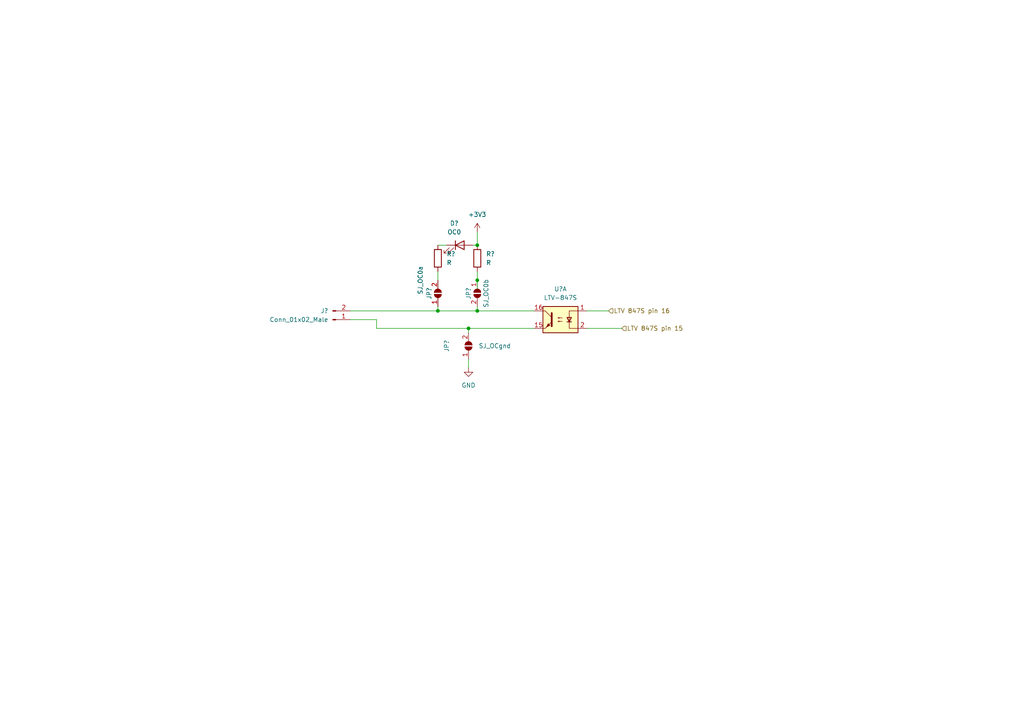
<source format=kicad_sch>
(kicad_sch (version 20211123) (generator eeschema)

  (uuid a799019e-37c0-4e4f-a6d9-032ef54dd327)

  (paper "A4")

  (lib_symbols
    (symbol "Connector:Conn_01x02_Male" (pin_names (offset 1.016) hide) (in_bom yes) (on_board yes)
      (property "Reference" "J" (id 0) (at 0 2.54 0)
        (effects (font (size 1.27 1.27)))
      )
      (property "Value" "Conn_01x02_Male" (id 1) (at 0 -5.08 0)
        (effects (font (size 1.27 1.27)))
      )
      (property "Footprint" "" (id 2) (at 0 0 0)
        (effects (font (size 1.27 1.27)) hide)
      )
      (property "Datasheet" "~" (id 3) (at 0 0 0)
        (effects (font (size 1.27 1.27)) hide)
      )
      (property "ki_keywords" "connector" (id 4) (at 0 0 0)
        (effects (font (size 1.27 1.27)) hide)
      )
      (property "ki_description" "Generic connector, single row, 01x02, script generated (kicad-library-utils/schlib/autogen/connector/)" (id 5) (at 0 0 0)
        (effects (font (size 1.27 1.27)) hide)
      )
      (property "ki_fp_filters" "Connector*:*_1x??_*" (id 6) (at 0 0 0)
        (effects (font (size 1.27 1.27)) hide)
      )
      (symbol "Conn_01x02_Male_1_1"
        (polyline
          (pts
            (xy 1.27 -2.54)
            (xy 0.8636 -2.54)
          )
          (stroke (width 0.1524) (type default) (color 0 0 0 0))
          (fill (type none))
        )
        (polyline
          (pts
            (xy 1.27 0)
            (xy 0.8636 0)
          )
          (stroke (width 0.1524) (type default) (color 0 0 0 0))
          (fill (type none))
        )
        (rectangle (start 0.8636 -2.413) (end 0 -2.667)
          (stroke (width 0.1524) (type default) (color 0 0 0 0))
          (fill (type outline))
        )
        (rectangle (start 0.8636 0.127) (end 0 -0.127)
          (stroke (width 0.1524) (type default) (color 0 0 0 0))
          (fill (type outline))
        )
        (pin passive line (at 5.08 0 180) (length 3.81)
          (name "Pin_1" (effects (font (size 1.27 1.27))))
          (number "1" (effects (font (size 1.27 1.27))))
        )
        (pin passive line (at 5.08 -2.54 180) (length 3.81)
          (name "Pin_2" (effects (font (size 1.27 1.27))))
          (number "2" (effects (font (size 1.27 1.27))))
        )
      )
    )
    (symbol "Device:LED" (pin_numbers hide) (pin_names (offset 1.016) hide) (in_bom yes) (on_board yes)
      (property "Reference" "D" (id 0) (at 0 2.54 0)
        (effects (font (size 1.27 1.27)))
      )
      (property "Value" "LED" (id 1) (at 0 -2.54 0)
        (effects (font (size 1.27 1.27)))
      )
      (property "Footprint" "" (id 2) (at 0 0 0)
        (effects (font (size 1.27 1.27)) hide)
      )
      (property "Datasheet" "~" (id 3) (at 0 0 0)
        (effects (font (size 1.27 1.27)) hide)
      )
      (property "ki_keywords" "LED diode" (id 4) (at 0 0 0)
        (effects (font (size 1.27 1.27)) hide)
      )
      (property "ki_description" "Light emitting diode" (id 5) (at 0 0 0)
        (effects (font (size 1.27 1.27)) hide)
      )
      (property "ki_fp_filters" "LED* LED_SMD:* LED_THT:*" (id 6) (at 0 0 0)
        (effects (font (size 1.27 1.27)) hide)
      )
      (symbol "LED_0_1"
        (polyline
          (pts
            (xy -1.27 -1.27)
            (xy -1.27 1.27)
          )
          (stroke (width 0.254) (type default) (color 0 0 0 0))
          (fill (type none))
        )
        (polyline
          (pts
            (xy -1.27 0)
            (xy 1.27 0)
          )
          (stroke (width 0) (type default) (color 0 0 0 0))
          (fill (type none))
        )
        (polyline
          (pts
            (xy 1.27 -1.27)
            (xy 1.27 1.27)
            (xy -1.27 0)
            (xy 1.27 -1.27)
          )
          (stroke (width 0.254) (type default) (color 0 0 0 0))
          (fill (type none))
        )
        (polyline
          (pts
            (xy -3.048 -0.762)
            (xy -4.572 -2.286)
            (xy -3.81 -2.286)
            (xy -4.572 -2.286)
            (xy -4.572 -1.524)
          )
          (stroke (width 0) (type default) (color 0 0 0 0))
          (fill (type none))
        )
        (polyline
          (pts
            (xy -1.778 -0.762)
            (xy -3.302 -2.286)
            (xy -2.54 -2.286)
            (xy -3.302 -2.286)
            (xy -3.302 -1.524)
          )
          (stroke (width 0) (type default) (color 0 0 0 0))
          (fill (type none))
        )
      )
      (symbol "LED_1_1"
        (pin passive line (at -3.81 0 0) (length 2.54)
          (name "K" (effects (font (size 1.27 1.27))))
          (number "1" (effects (font (size 1.27 1.27))))
        )
        (pin passive line (at 3.81 0 180) (length 2.54)
          (name "A" (effects (font (size 1.27 1.27))))
          (number "2" (effects (font (size 1.27 1.27))))
        )
      )
    )
    (symbol "Device:R" (pin_numbers hide) (pin_names (offset 0)) (in_bom yes) (on_board yes)
      (property "Reference" "R" (id 0) (at 2.032 0 90)
        (effects (font (size 1.27 1.27)))
      )
      (property "Value" "R" (id 1) (at 0 0 90)
        (effects (font (size 1.27 1.27)))
      )
      (property "Footprint" "" (id 2) (at -1.778 0 90)
        (effects (font (size 1.27 1.27)) hide)
      )
      (property "Datasheet" "~" (id 3) (at 0 0 0)
        (effects (font (size 1.27 1.27)) hide)
      )
      (property "ki_keywords" "R res resistor" (id 4) (at 0 0 0)
        (effects (font (size 1.27 1.27)) hide)
      )
      (property "ki_description" "Resistor" (id 5) (at 0 0 0)
        (effects (font (size 1.27 1.27)) hide)
      )
      (property "ki_fp_filters" "R_*" (id 6) (at 0 0 0)
        (effects (font (size 1.27 1.27)) hide)
      )
      (symbol "R_0_1"
        (rectangle (start -1.016 -2.54) (end 1.016 2.54)
          (stroke (width 0.254) (type default) (color 0 0 0 0))
          (fill (type none))
        )
      )
      (symbol "R_1_1"
        (pin passive line (at 0 3.81 270) (length 1.27)
          (name "~" (effects (font (size 1.27 1.27))))
          (number "1" (effects (font (size 1.27 1.27))))
        )
        (pin passive line (at 0 -3.81 90) (length 1.27)
          (name "~" (effects (font (size 1.27 1.27))))
          (number "2" (effects (font (size 1.27 1.27))))
        )
      )
    )
    (symbol "Isolator:LTV-847S" (pin_names (offset 1.016)) (in_bom yes) (on_board yes)
      (property "Reference" "U" (id 0) (at -3.81 5.08 0)
        (effects (font (size 1.27 1.27)))
      )
      (property "Value" "LTV-847S" (id 1) (at 0 -5.08 0)
        (effects (font (size 1.27 1.27)))
      )
      (property "Footprint" "Package_DIP:SMDIP-16_W9.53mm" (id 2) (at 0 -7.62 0)
        (effects (font (size 1.27 1.27)) hide)
      )
      (property "Datasheet" "http://www.us.liteon.com/downloads/LTV-817-827-847.PDF" (id 3) (at -15.24 11.43 0)
        (effects (font (size 1.27 1.27)) hide)
      )
      (property "ki_keywords" "NPN DC Optocoupler" (id 4) (at 0 0 0)
        (effects (font (size 1.27 1.27)) hide)
      )
      (property "ki_description" "DC Optocoupler, Vce 35V, CTR 50%, SMDIP-16" (id 5) (at 0 0 0)
        (effects (font (size 1.27 1.27)) hide)
      )
      (property "ki_fp_filters" "SMDIP*W9.53mm*" (id 6) (at 0 0 0)
        (effects (font (size 1.27 1.27)) hide)
      )
      (symbol "LTV-847S_0_1"
        (rectangle (start -5.08 3.81) (end 5.08 -3.81)
          (stroke (width 0.254) (type default) (color 0 0 0 0))
          (fill (type background))
        )
        (polyline
          (pts
            (xy -3.175 -0.635)
            (xy -1.905 -0.635)
          )
          (stroke (width 0.254) (type default) (color 0 0 0 0))
          (fill (type none))
        )
        (polyline
          (pts
            (xy 2.54 0.635)
            (xy 4.445 2.54)
          )
          (stroke (width 0) (type default) (color 0 0 0 0))
          (fill (type none))
        )
        (polyline
          (pts
            (xy 4.445 -2.54)
            (xy 2.54 -0.635)
          )
          (stroke (width 0) (type default) (color 0 0 0 0))
          (fill (type outline))
        )
        (polyline
          (pts
            (xy 4.445 -2.54)
            (xy 5.08 -2.54)
          )
          (stroke (width 0) (type default) (color 0 0 0 0))
          (fill (type none))
        )
        (polyline
          (pts
            (xy 4.445 2.54)
            (xy 5.08 2.54)
          )
          (stroke (width 0) (type default) (color 0 0 0 0))
          (fill (type none))
        )
        (polyline
          (pts
            (xy -2.54 -0.635)
            (xy -2.54 -2.54)
            (xy -5.08 -2.54)
          )
          (stroke (width 0) (type default) (color 0 0 0 0))
          (fill (type none))
        )
        (polyline
          (pts
            (xy 2.54 1.905)
            (xy 2.54 -1.905)
            (xy 2.54 -1.905)
          )
          (stroke (width 0.508) (type default) (color 0 0 0 0))
          (fill (type none))
        )
        (polyline
          (pts
            (xy -5.08 2.54)
            (xy -2.54 2.54)
            (xy -2.54 -1.27)
            (xy -2.54 0.635)
          )
          (stroke (width 0) (type default) (color 0 0 0 0))
          (fill (type none))
        )
        (polyline
          (pts
            (xy -2.54 -0.635)
            (xy -3.175 0.635)
            (xy -1.905 0.635)
            (xy -2.54 -0.635)
          )
          (stroke (width 0.254) (type default) (color 0 0 0 0))
          (fill (type none))
        )
        (polyline
          (pts
            (xy -0.508 -0.508)
            (xy 0.762 -0.508)
            (xy 0.381 -0.635)
            (xy 0.381 -0.381)
            (xy 0.762 -0.508)
          )
          (stroke (width 0) (type default) (color 0 0 0 0))
          (fill (type none))
        )
        (polyline
          (pts
            (xy -0.508 0.508)
            (xy 0.762 0.508)
            (xy 0.381 0.381)
            (xy 0.381 0.635)
            (xy 0.762 0.508)
          )
          (stroke (width 0) (type default) (color 0 0 0 0))
          (fill (type none))
        )
        (polyline
          (pts
            (xy 3.048 -1.651)
            (xy 3.556 -1.143)
            (xy 4.064 -2.159)
            (xy 3.048 -1.651)
            (xy 3.048 -1.651)
          )
          (stroke (width 0) (type default) (color 0 0 0 0))
          (fill (type outline))
        )
      )
      (symbol "LTV-847S_1_1"
        (pin passive line (at -7.62 2.54 0) (length 2.54)
          (name "~" (effects (font (size 1.27 1.27))))
          (number "1" (effects (font (size 1.27 1.27))))
        )
        (pin passive line (at 7.62 -2.54 180) (length 2.54)
          (name "~" (effects (font (size 1.27 1.27))))
          (number "15" (effects (font (size 1.27 1.27))))
        )
        (pin passive line (at 7.62 2.54 180) (length 2.54)
          (name "~" (effects (font (size 1.27 1.27))))
          (number "16" (effects (font (size 1.27 1.27))))
        )
        (pin passive line (at -7.62 -2.54 0) (length 2.54)
          (name "~" (effects (font (size 1.27 1.27))))
          (number "2" (effects (font (size 1.27 1.27))))
        )
      )
      (symbol "LTV-847S_2_1"
        (pin passive line (at 7.62 -2.54 180) (length 2.54)
          (name "~" (effects (font (size 1.27 1.27))))
          (number "13" (effects (font (size 1.27 1.27))))
        )
        (pin passive line (at 7.62 2.54 180) (length 2.54)
          (name "~" (effects (font (size 1.27 1.27))))
          (number "14" (effects (font (size 1.27 1.27))))
        )
        (pin passive line (at -7.62 2.54 0) (length 2.54)
          (name "~" (effects (font (size 1.27 1.27))))
          (number "3" (effects (font (size 1.27 1.27))))
        )
        (pin passive line (at -7.62 -2.54 0) (length 2.54)
          (name "~" (effects (font (size 1.27 1.27))))
          (number "4" (effects (font (size 1.27 1.27))))
        )
      )
      (symbol "LTV-847S_3_1"
        (pin passive line (at 7.62 -2.54 180) (length 2.54)
          (name "~" (effects (font (size 1.27 1.27))))
          (number "11" (effects (font (size 1.27 1.27))))
        )
        (pin passive line (at 7.62 2.54 180) (length 2.54)
          (name "~" (effects (font (size 1.27 1.27))))
          (number "12" (effects (font (size 1.27 1.27))))
        )
        (pin passive line (at -7.62 2.54 0) (length 2.54)
          (name "~" (effects (font (size 1.27 1.27))))
          (number "5" (effects (font (size 1.27 1.27))))
        )
        (pin passive line (at -7.62 -2.54 0) (length 2.54)
          (name "~" (effects (font (size 1.27 1.27))))
          (number "6" (effects (font (size 1.27 1.27))))
        )
      )
      (symbol "LTV-847S_4_1"
        (pin passive line (at 7.62 2.54 180) (length 2.54)
          (name "~" (effects (font (size 1.27 1.27))))
          (number "10" (effects (font (size 1.27 1.27))))
        )
        (pin passive line (at -7.62 2.54 0) (length 2.54)
          (name "~" (effects (font (size 1.27 1.27))))
          (number "7" (effects (font (size 1.27 1.27))))
        )
        (pin passive line (at -7.62 -2.54 0) (length 2.54)
          (name "~" (effects (font (size 1.27 1.27))))
          (number "8" (effects (font (size 1.27 1.27))))
        )
        (pin passive line (at 7.62 -2.54 180) (length 2.54)
          (name "~" (effects (font (size 1.27 1.27))))
          (number "9" (effects (font (size 1.27 1.27))))
        )
      )
    )
    (symbol "Jumper:SolderJumper_2_Open" (pin_names (offset 0) hide) (in_bom yes) (on_board yes)
      (property "Reference" "JP" (id 0) (at 0 2.032 0)
        (effects (font (size 1.27 1.27)))
      )
      (property "Value" "SolderJumper_2_Open" (id 1) (at 0 -2.54 0)
        (effects (font (size 1.27 1.27)))
      )
      (property "Footprint" "" (id 2) (at 0 0 0)
        (effects (font (size 1.27 1.27)) hide)
      )
      (property "Datasheet" "~" (id 3) (at 0 0 0)
        (effects (font (size 1.27 1.27)) hide)
      )
      (property "ki_keywords" "solder jumper SPST" (id 4) (at 0 0 0)
        (effects (font (size 1.27 1.27)) hide)
      )
      (property "ki_description" "Solder Jumper, 2-pole, open" (id 5) (at 0 0 0)
        (effects (font (size 1.27 1.27)) hide)
      )
      (property "ki_fp_filters" "SolderJumper*Open*" (id 6) (at 0 0 0)
        (effects (font (size 1.27 1.27)) hide)
      )
      (symbol "SolderJumper_2_Open_0_1"
        (arc (start -0.254 1.016) (mid -1.27 0) (end -0.254 -1.016)
          (stroke (width 0) (type default) (color 0 0 0 0))
          (fill (type none))
        )
        (arc (start -0.254 1.016) (mid -1.27 0) (end -0.254 -1.016)
          (stroke (width 0) (type default) (color 0 0 0 0))
          (fill (type outline))
        )
        (polyline
          (pts
            (xy -0.254 1.016)
            (xy -0.254 -1.016)
          )
          (stroke (width 0) (type default) (color 0 0 0 0))
          (fill (type none))
        )
        (polyline
          (pts
            (xy 0.254 1.016)
            (xy 0.254 -1.016)
          )
          (stroke (width 0) (type default) (color 0 0 0 0))
          (fill (type none))
        )
        (arc (start 0.254 -1.016) (mid 1.27 0) (end 0.254 1.016)
          (stroke (width 0) (type default) (color 0 0 0 0))
          (fill (type none))
        )
        (arc (start 0.254 -1.016) (mid 1.27 0) (end 0.254 1.016)
          (stroke (width 0) (type default) (color 0 0 0 0))
          (fill (type outline))
        )
      )
      (symbol "SolderJumper_2_Open_1_1"
        (pin passive line (at -3.81 0 0) (length 2.54)
          (name "A" (effects (font (size 1.27 1.27))))
          (number "1" (effects (font (size 1.27 1.27))))
        )
        (pin passive line (at 3.81 0 180) (length 2.54)
          (name "B" (effects (font (size 1.27 1.27))))
          (number "2" (effects (font (size 1.27 1.27))))
        )
      )
    )
    (symbol "power:+3.3V" (power) (pin_names (offset 0)) (in_bom yes) (on_board yes)
      (property "Reference" "#PWR" (id 0) (at 0 -3.81 0)
        (effects (font (size 1.27 1.27)) hide)
      )
      (property "Value" "+3.3V" (id 1) (at 0 3.556 0)
        (effects (font (size 1.27 1.27)))
      )
      (property "Footprint" "" (id 2) (at 0 0 0)
        (effects (font (size 1.27 1.27)) hide)
      )
      (property "Datasheet" "" (id 3) (at 0 0 0)
        (effects (font (size 1.27 1.27)) hide)
      )
      (property "ki_keywords" "power-flag" (id 4) (at 0 0 0)
        (effects (font (size 1.27 1.27)) hide)
      )
      (property "ki_description" "Power symbol creates a global label with name \"+3.3V\"" (id 5) (at 0 0 0)
        (effects (font (size 1.27 1.27)) hide)
      )
      (symbol "+3.3V_0_1"
        (polyline
          (pts
            (xy -0.762 1.27)
            (xy 0 2.54)
          )
          (stroke (width 0) (type default) (color 0 0 0 0))
          (fill (type none))
        )
        (polyline
          (pts
            (xy 0 0)
            (xy 0 2.54)
          )
          (stroke (width 0) (type default) (color 0 0 0 0))
          (fill (type none))
        )
        (polyline
          (pts
            (xy 0 2.54)
            (xy 0.762 1.27)
          )
          (stroke (width 0) (type default) (color 0 0 0 0))
          (fill (type none))
        )
      )
      (symbol "+3.3V_1_1"
        (pin power_in line (at 0 0 90) (length 0) hide
          (name "+3V3" (effects (font (size 1.27 1.27))))
          (number "1" (effects (font (size 1.27 1.27))))
        )
      )
    )
    (symbol "power:GND" (power) (pin_names (offset 0)) (in_bom yes) (on_board yes)
      (property "Reference" "#PWR" (id 0) (at 0 -6.35 0)
        (effects (font (size 1.27 1.27)) hide)
      )
      (property "Value" "GND" (id 1) (at 0 -3.81 0)
        (effects (font (size 1.27 1.27)))
      )
      (property "Footprint" "" (id 2) (at 0 0 0)
        (effects (font (size 1.27 1.27)) hide)
      )
      (property "Datasheet" "" (id 3) (at 0 0 0)
        (effects (font (size 1.27 1.27)) hide)
      )
      (property "ki_keywords" "power-flag" (id 4) (at 0 0 0)
        (effects (font (size 1.27 1.27)) hide)
      )
      (property "ki_description" "Power symbol creates a global label with name \"GND\" , ground" (id 5) (at 0 0 0)
        (effects (font (size 1.27 1.27)) hide)
      )
      (symbol "GND_0_1"
        (polyline
          (pts
            (xy 0 0)
            (xy 0 -1.27)
            (xy 1.27 -1.27)
            (xy 0 -2.54)
            (xy -1.27 -1.27)
            (xy 0 -1.27)
          )
          (stroke (width 0) (type default) (color 0 0 0 0))
          (fill (type none))
        )
      )
      (symbol "GND_1_1"
        (pin power_in line (at 0 0 270) (length 0) hide
          (name "GND" (effects (font (size 1.27 1.27))))
          (number "1" (effects (font (size 1.27 1.27))))
        )
      )
    )
  )

  (junction (at 138.43 81.28) (diameter 0) (color 0 0 0 0)
    (uuid 0b5f27b0-9a27-4703-ad65-58d2fa559a2f)
  )
  (junction (at 127 90.17) (diameter 0) (color 0 0 0 0)
    (uuid 72b722eb-bb08-4222-9253-53eae4cf7ef9)
  )
  (junction (at 138.43 90.17) (diameter 0) (color 0 0 0 0)
    (uuid a3882c50-d4ad-43c9-8735-6dcf6756b68f)
  )
  (junction (at 138.43 71.12) (diameter 0) (color 0 0 0 0)
    (uuid abfc0756-82c1-4857-a64b-91cd094c1bdd)
  )
  (junction (at 135.89 95.25) (diameter 0) (color 0 0 0 0)
    (uuid ea567150-6eda-44b3-b035-7d446ced971f)
  )

  (wire (pts (xy 135.89 95.25) (xy 135.89 96.52))
    (stroke (width 0) (type default) (color 0 0 0 0))
    (uuid 0137827f-fa9c-4094-b7bb-641aad0a2078)
  )
  (wire (pts (xy 127 71.12) (xy 129.54 71.12))
    (stroke (width 0) (type default) (color 0 0 0 0))
    (uuid 0d55f453-0dd4-4fc5-8480-68edab9bdd2a)
  )
  (wire (pts (xy 127 88.9) (xy 127 90.17))
    (stroke (width 0) (type default) (color 0 0 0 0))
    (uuid 1029465c-b206-496d-87c4-78d1634b753b)
  )
  (wire (pts (xy 138.43 81.28) (xy 138.43 83.82))
    (stroke (width 0) (type default) (color 0 0 0 0))
    (uuid 22601f84-8812-419e-bb6b-d7cbe98a2088)
  )
  (wire (pts (xy 154.94 95.25) (xy 135.89 95.25))
    (stroke (width 0) (type default) (color 0 0 0 0))
    (uuid 54ee94ac-cc6e-46d8-87b5-953bba582a07)
  )
  (wire (pts (xy 127 90.17) (xy 138.43 90.17))
    (stroke (width 0) (type default) (color 0 0 0 0))
    (uuid 77f12caf-7d8e-4c88-beb5-8829736a20a0)
  )
  (wire (pts (xy 138.43 67.31) (xy 138.43 71.12))
    (stroke (width 0) (type default) (color 0 0 0 0))
    (uuid 7976cd5b-bd5b-4e1a-89ac-1168b122a1ec)
  )
  (wire (pts (xy 101.6 92.71) (xy 109.22 92.71))
    (stroke (width 0) (type default) (color 0 0 0 0))
    (uuid 8bd26745-a4f6-40b4-ab3c-56cbd93e6687)
  )
  (wire (pts (xy 138.43 78.74) (xy 138.43 81.28))
    (stroke (width 0) (type default) (color 0 0 0 0))
    (uuid 8ce698e7-4f2b-4de2-80dd-4f66cfa8a50f)
  )
  (wire (pts (xy 138.43 90.17) (xy 154.94 90.17))
    (stroke (width 0) (type default) (color 0 0 0 0))
    (uuid 9e7e2e97-3473-4222-ad1d-067ac201eb84)
  )
  (wire (pts (xy 170.18 95.25) (xy 180.34 95.25))
    (stroke (width 0) (type default) (color 0 0 0 0))
    (uuid a73aa2bc-6e12-4d89-af63-48c29f16ec82)
  )
  (wire (pts (xy 127 78.74) (xy 127 81.28))
    (stroke (width 0) (type default) (color 0 0 0 0))
    (uuid ad74078c-a4dc-4a19-b51e-3065524f57cf)
  )
  (wire (pts (xy 109.22 95.25) (xy 109.22 92.71))
    (stroke (width 0) (type default) (color 0 0 0 0))
    (uuid b903a143-5263-4e04-82ab-095a431e725e)
  )
  (wire (pts (xy 135.89 95.25) (xy 109.22 95.25))
    (stroke (width 0) (type default) (color 0 0 0 0))
    (uuid bd9c5094-c809-48d5-ad30-6ba7389803d6)
  )
  (wire (pts (xy 170.18 90.17) (xy 176.53 90.17))
    (stroke (width 0) (type default) (color 0 0 0 0))
    (uuid cce8a66f-4a7e-4f89-8427-d2616d9a8a81)
  )
  (wire (pts (xy 137.16 71.12) (xy 138.43 71.12))
    (stroke (width 0) (type default) (color 0 0 0 0))
    (uuid eee6f2bf-2187-4c03-9d43-1364fd388c78)
  )
  (wire (pts (xy 101.6 90.17) (xy 127 90.17))
    (stroke (width 0) (type default) (color 0 0 0 0))
    (uuid f65b5af1-fa18-4788-8df6-3180353d34c3)
  )
  (wire (pts (xy 135.89 106.68) (xy 135.89 104.14))
    (stroke (width 0) (type default) (color 0 0 0 0))
    (uuid f6673a03-e126-4ce2-89cf-8f018c49f772)
  )
  (wire (pts (xy 138.43 88.9) (xy 138.43 90.17))
    (stroke (width 0) (type default) (color 0 0 0 0))
    (uuid f887a8f4-0a23-46d0-97fa-19417e3a5d3a)
  )

  (hierarchical_label "LTV 847S pin 16" (shape input) (at 176.53 90.17 0)
    (effects (font (size 1.27 1.27)) (justify left))
    (uuid 22857915-bba1-433d-9bc8-16cfbd3e89d2)
  )
  (hierarchical_label "LTV 847S pin 15" (shape input) (at 180.34 95.25 0)
    (effects (font (size 1.27 1.27)) (justify left))
    (uuid f3cad451-e242-4cdb-adc0-388b9c06dc6d)
  )

  (symbol (lib_id "Jumper:SolderJumper_2_Open") (at 135.89 100.33 90) (unit 1)
    (in_bom yes) (on_board yes)
    (uuid 00fcadff-bf6b-45da-aa3c-1ee5e676db1a)
    (property "Reference" "JP?" (id 0) (at 129.54 100.33 0))
    (property "Value" "SJ_OCgnd" (id 1) (at 143.51 100.33 90))
    (property "Footprint" "" (id 2) (at 135.89 100.33 0)
      (effects (font (size 1.27 1.27)) hide)
    )
    (property "Datasheet" "~" (id 3) (at 135.89 100.33 0)
      (effects (font (size 1.27 1.27)) hide)
    )
    (pin "1" (uuid 45d31b36-7533-49b1-bbf0-58622787539d))
    (pin "2" (uuid ddbd7812-a8c9-4ba6-b47a-d24d0927a75d))
  )

  (symbol (lib_id "Device:R") (at 138.43 74.93 0) (unit 1)
    (in_bom yes) (on_board yes) (fields_autoplaced)
    (uuid 1f0b0cd6-5294-4003-a277-07bbd14eadcc)
    (property "Reference" "R?" (id 0) (at 140.97 73.6599 0)
      (effects (font (size 1.27 1.27)) (justify left))
    )
    (property "Value" "R" (id 1) (at 140.97 76.1999 0)
      (effects (font (size 1.27 1.27)) (justify left))
    )
    (property "Footprint" "" (id 2) (at 136.652 74.93 90)
      (effects (font (size 1.27 1.27)) hide)
    )
    (property "Datasheet" "~" (id 3) (at 138.43 74.93 0)
      (effects (font (size 1.27 1.27)) hide)
    )
    (pin "1" (uuid d55e7531-2cbe-4fad-85f1-2e79fef3a6a9))
    (pin "2" (uuid 39a051f0-bc9f-43fc-85d3-1069d24cfa2d))
  )

  (symbol (lib_id "power:GND") (at 135.89 106.68 0) (unit 1)
    (in_bom yes) (on_board yes) (fields_autoplaced)
    (uuid 2fca49f0-9335-4266-932e-00f1bb4dbfc8)
    (property "Reference" "#PWR?" (id 0) (at 135.89 113.03 0)
      (effects (font (size 1.27 1.27)) hide)
    )
    (property "Value" "GND" (id 1) (at 135.89 111.76 0))
    (property "Footprint" "" (id 2) (at 135.89 106.68 0)
      (effects (font (size 1.27 1.27)) hide)
    )
    (property "Datasheet" "" (id 3) (at 135.89 106.68 0)
      (effects (font (size 1.27 1.27)) hide)
    )
    (pin "1" (uuid 43704f58-c4b9-446b-a2cd-1fb7d3682a2a))
  )

  (symbol (lib_id "Device:LED") (at 133.35 71.12 0) (unit 1)
    (in_bom yes) (on_board yes) (fields_autoplaced)
    (uuid 6141e247-f89b-44a1-b64c-c979939e975a)
    (property "Reference" "D?" (id 0) (at 131.7625 64.77 0))
    (property "Value" "OC0" (id 1) (at 131.7625 67.31 0))
    (property "Footprint" "" (id 2) (at 133.35 71.12 0)
      (effects (font (size 1.27 1.27)) hide)
    )
    (property "Datasheet" "~" (id 3) (at 133.35 71.12 0)
      (effects (font (size 1.27 1.27)) hide)
    )
    (pin "1" (uuid a98fc787-8ea9-4f12-9437-a0e32a6f24c6))
    (pin "2" (uuid 7eaa356a-47fa-4235-b4de-cd30d3597f7a))
  )

  (symbol (lib_id "Isolator:LTV-847S") (at 162.56 92.71 0) (mirror y) (unit 1)
    (in_bom yes) (on_board yes) (fields_autoplaced)
    (uuid 647eb194-1abc-420b-9d0e-b5803176fa70)
    (property "Reference" "U?" (id 0) (at 162.56 83.82 0))
    (property "Value" "LTV-847S" (id 1) (at 162.56 86.36 0))
    (property "Footprint" "Package_DIP:SMDIP-16_W9.53mm" (id 2) (at 162.56 100.33 0)
      (effects (font (size 1.27 1.27)) hide)
    )
    (property "Datasheet" "http://www.us.liteon.com/downloads/LTV-817-827-847.PDF" (id 3) (at 177.8 81.28 0)
      (effects (font (size 1.27 1.27)) hide)
    )
    (pin "1" (uuid ab0458af-de5d-4574-b5e1-f8805483734c))
    (pin "15" (uuid 3d6abd13-0620-4169-97ae-cd22c15584a7))
    (pin "16" (uuid 480ea0b1-66e8-4c09-b794-e7cf095d2e74))
    (pin "2" (uuid db347115-0e38-41f6-9c49-f6ba8ee3ac3d))
    (pin "13" (uuid 61fa0d74-9a68-42f2-8b67-f7bdec73addb))
    (pin "14" (uuid c36fd19e-f85b-40c3-9bef-93e06d64fa02))
    (pin "3" (uuid 4034eeee-0852-4575-86ed-bdfe5370abe7))
    (pin "4" (uuid e6c2fa31-d49f-43cc-9e55-29bcc2587ecd))
    (pin "11" (uuid 0a840d10-a9d6-4711-9b33-9616e602311e))
    (pin "12" (uuid bd1700ad-55ca-43ac-ae2e-dd92550c4c8d))
    (pin "5" (uuid 7f0f3d0b-50df-497d-87d1-ae14dbc72b6a))
    (pin "6" (uuid 361a2b0f-9054-46ac-9709-613f4e68133d))
    (pin "10" (uuid 344015be-dd74-4666-908a-b389e95432dd))
    (pin "7" (uuid 805da6af-4e83-4de0-bbc3-e318f18cd22d))
    (pin "8" (uuid c85ccd72-1ac8-4111-b028-c7ee9ce6c1b3))
    (pin "9" (uuid 051f6d5c-fb0b-4d4d-980d-fa056e870526))
  )

  (symbol (lib_id "power:+3.3V") (at 138.43 67.31 0) (unit 1)
    (in_bom yes) (on_board yes) (fields_autoplaced)
    (uuid cce13be1-3d03-4796-9006-4d64a9dfa0ba)
    (property "Reference" "#PWR?" (id 0) (at 138.43 71.12 0)
      (effects (font (size 1.27 1.27)) hide)
    )
    (property "Value" "+3.3V" (id 1) (at 138.43 62.23 0))
    (property "Footprint" "" (id 2) (at 138.43 67.31 0)
      (effects (font (size 1.27 1.27)) hide)
    )
    (property "Datasheet" "" (id 3) (at 138.43 67.31 0)
      (effects (font (size 1.27 1.27)) hide)
    )
    (pin "1" (uuid 3e7ab731-5b6a-4c81-a142-c1b448460b3d))
  )

  (symbol (lib_id "Jumper:SolderJumper_2_Open") (at 127 85.09 90) (unit 1)
    (in_bom yes) (on_board yes)
    (uuid d0c76c10-dd45-4cd9-b518-016e4d1dfa0e)
    (property "Reference" "JP?" (id 0) (at 124.46 85.09 0))
    (property "Value" "SJ_OC0a" (id 1) (at 121.92 81.28 0))
    (property "Footprint" "" (id 2) (at 127 85.09 0)
      (effects (font (size 1.27 1.27)) hide)
    )
    (property "Datasheet" "~" (id 3) (at 127 85.09 0)
      (effects (font (size 1.27 1.27)) hide)
    )
    (pin "1" (uuid 53cac447-f13b-484d-b6d0-8f101f815fd7))
    (pin "2" (uuid 07feae39-05fb-4a8b-b658-083758dc89f5))
  )

  (symbol (lib_id "Connector:Conn_01x02_Male") (at 96.52 92.71 0) (mirror x) (unit 1)
    (in_bom yes) (on_board yes) (fields_autoplaced)
    (uuid e943adf8-3a75-41d0-8e74-4407f9a0b21b)
    (property "Reference" "J?" (id 0) (at 95.25 90.1699 0)
      (effects (font (size 1.27 1.27)) (justify right))
    )
    (property "Value" "Conn_01x02_Male" (id 1) (at 95.25 92.7099 0)
      (effects (font (size 1.27 1.27)) (justify right))
    )
    (property "Footprint" "" (id 2) (at 96.52 92.71 0)
      (effects (font (size 1.27 1.27)) hide)
    )
    (property "Datasheet" "~" (id 3) (at 96.52 92.71 0)
      (effects (font (size 1.27 1.27)) hide)
    )
    (pin "1" (uuid 07fa1d0b-b7ba-4196-ba48-fe66aada0e3d))
    (pin "2" (uuid 614c224b-4496-4bdd-8a65-3acc3d368101))
  )

  (symbol (lib_id "Jumper:SolderJumper_2_Open") (at 138.43 85.09 270) (unit 1)
    (in_bom yes) (on_board yes)
    (uuid e9f484b5-68f8-4a5e-8fde-dbea8ebdbe12)
    (property "Reference" "JP?" (id 0) (at 135.89 85.09 0))
    (property "Value" "SJ_OC0b" (id 1) (at 140.97 85.09 0))
    (property "Footprint" "" (id 2) (at 138.43 85.09 0)
      (effects (font (size 1.27 1.27)) hide)
    )
    (property "Datasheet" "~" (id 3) (at 138.43 85.09 0)
      (effects (font (size 1.27 1.27)) hide)
    )
    (pin "1" (uuid 03c5f512-fe8f-4498-9439-8054372aa02b))
    (pin "2" (uuid cb0b7c25-cc7e-40bb-bb48-ee694f99d882))
  )

  (symbol (lib_id "Device:R") (at 127 74.93 0) (unit 1)
    (in_bom yes) (on_board yes) (fields_autoplaced)
    (uuid f180bf2b-db36-4292-b5c2-f4efe8d2c4b8)
    (property "Reference" "R?" (id 0) (at 129.54 73.6599 0)
      (effects (font (size 1.27 1.27)) (justify left))
    )
    (property "Value" "R" (id 1) (at 129.54 76.1999 0)
      (effects (font (size 1.27 1.27)) (justify left))
    )
    (property "Footprint" "" (id 2) (at 125.222 74.93 90)
      (effects (font (size 1.27 1.27)) hide)
    )
    (property "Datasheet" "~" (id 3) (at 127 74.93 0)
      (effects (font (size 1.27 1.27)) hide)
    )
    (pin "1" (uuid a9c070c0-154d-4c24-ac00-89f7e0a20725))
    (pin "2" (uuid 093ff90a-50ad-4766-aa46-f2cfad29f348))
  )
)

</source>
